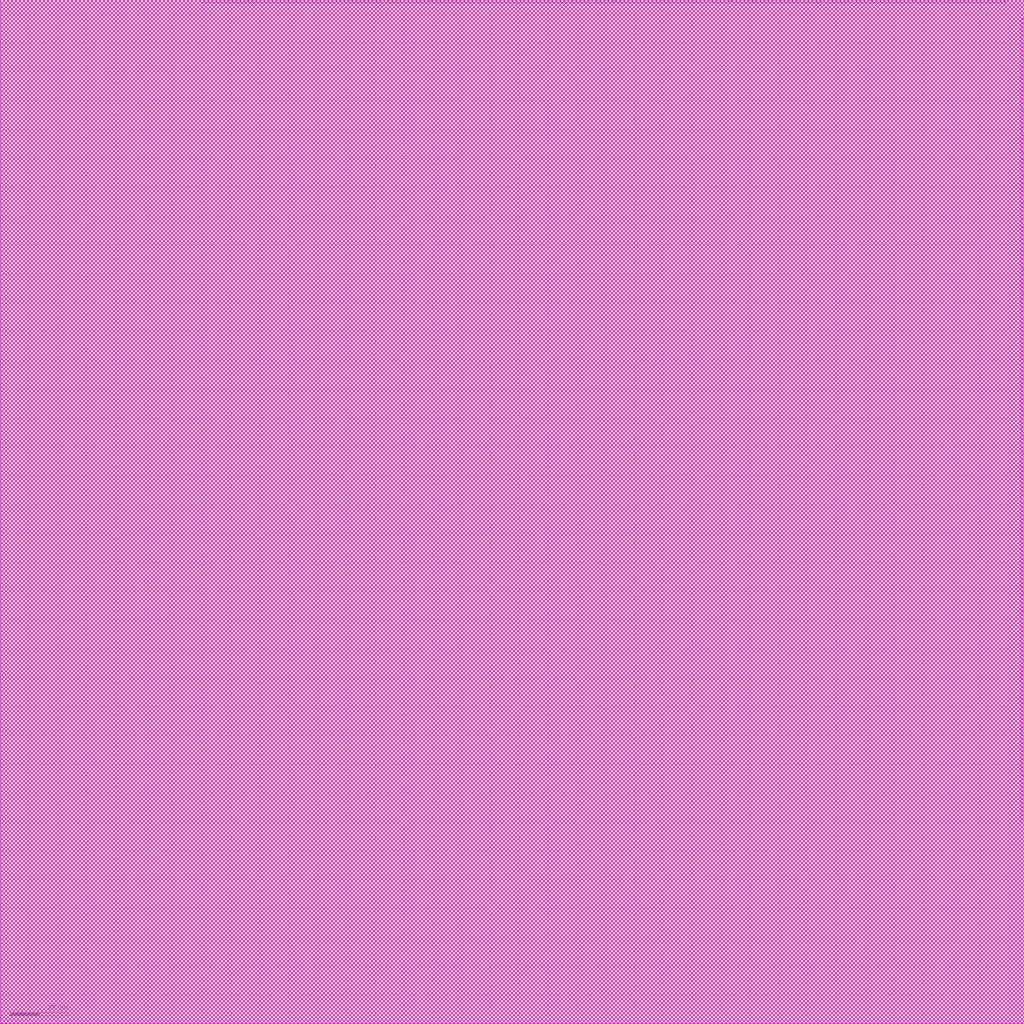
<source format=lef>
# Copyright 2022 GlobalFoundries PDK Authors
#
# Licensed under the Apache License, Version 2.0 (the "License");
# you may not use this file except in compliance with the License.
# You may obtain a copy of the License at
#
#     http://www.apache.org/licenses/LICENSE-2.0
#
# Unless required by applicable law or agreed to in writing, software
# distributed under the License is distributed on an "AS IS" BASIS,
# WITHOUT WARRANTIES OR CONDITIONS OF ANY KIND, either express or implied.
# See the License for the specific language governing permissions and
# limitations under the License.

MACRO gf180mcu_fd_io__cor
  CLASS ENDCAP BOTTOMLEFT ;
  ORIGIN 0 0 ;
  FOREIGN gf180mcu_fd_io__cor 0 0 ;
  SIZE 355 BY 355 ;
  SYMMETRY X Y R90 ;
  SITE GF_COR_Site ;
  PIN DVDD
    DIRECTION INOUT ;
    USE POWER ;
    PORT
      LAYER Metal3 ;
        RECT 334 354 341 355 ;
    END
    PORT
      LAYER Metal3 ;
        RECT 354 334 355 341 ;
    END
    PORT
      LAYER Metal3 ;
        RECT 294 354 301 355 ;
    END
    PORT
      LAYER Metal3 ;
        RECT 354 294 355 301 ;
    END
    PORT
      LAYER Metal3 ;
        RECT 278 354 285 355 ;
    END
    PORT
      LAYER Metal3 ;
        RECT 354 278 355 285 ;
    END
    PORT
      LAYER Metal3 ;
        RECT 270 354 277 355 ;
    END
    PORT
      LAYER Metal3 ;
        RECT 354 270 355 277 ;
    END
    PORT
      LAYER Metal3 ;
        RECT 262 354 269 355 ;
    END
    PORT
      LAYER Metal3 ;
        RECT 354 262 355 269 ;
    END
    PORT
      LAYER Metal3 ;
        RECT 214 354 229 355 ;
    END
    PORT
      LAYER Metal3 ;
        RECT 354 214 355 229 ;
    END
    PORT
      LAYER Metal3 ;
        RECT 206 354 213 355 ;
    END
    PORT
      LAYER Metal3 ;
        RECT 354 206 355 213 ;
    END
    PORT
      LAYER Metal3 ;
        RECT 182 354 197 355 ;
    END
    PORT
      LAYER Metal3 ;
        RECT 354 182 355 197 ;
    END
    PORT
      LAYER Metal3 ;
        RECT 166 354 181 355 ;
    END
    PORT
      LAYER Metal3 ;
        RECT 354 166 355 181 ;
    END
    PORT
      LAYER Metal3 ;
        RECT 150 354 165 355 ;
    END
    PORT
      LAYER Metal3 ;
        RECT 354 150 355 165 ;
    END
    PORT
      LAYER Metal3 ;
        RECT 134 354 149 355 ;
    END
    PORT
      LAYER Metal3 ;
        RECT 354 134 355 149 ;
    END
    PORT
      LAYER Metal3 ;
        RECT 118 354 125 355 ;
    END
    PORT
      LAYER Metal4 ;
        RECT 334 354 341 355 ;
    END
    PORT
      LAYER Metal4 ;
        RECT 354 334 355 341 ;
    END
    PORT
      LAYER Metal4 ;
        RECT 294 354 301 355 ;
    END
    PORT
      LAYER Metal4 ;
        RECT 354 294 355 301 ;
    END
    PORT
      LAYER Metal4 ;
        RECT 278 354 285 355 ;
    END
    PORT
      LAYER Metal4 ;
        RECT 354 278 355 285 ;
    END
    PORT
      LAYER Metal4 ;
        RECT 270 354 277 355 ;
    END
    PORT
      LAYER Metal4 ;
        RECT 354 270 355 277 ;
    END
    PORT
      LAYER Metal4 ;
        RECT 262 354 269 355 ;
    END
    PORT
      LAYER Metal4 ;
        RECT 354 262 355 269 ;
    END
    PORT
      LAYER Metal4 ;
        RECT 214 354 229 355 ;
    END
    PORT
      LAYER Metal4 ;
        RECT 354 214 355 229 ;
    END
    PORT
      LAYER Metal4 ;
        RECT 206 354 213 355 ;
    END
    PORT
      LAYER Metal4 ;
        RECT 354 206 355 213 ;
    END
    PORT
      LAYER Metal4 ;
        RECT 182 354 197 355 ;
    END
    PORT
      LAYER Metal4 ;
        RECT 354 182 355 197 ;
    END
    PORT
      LAYER Metal4 ;
        RECT 166 354 181 355 ;
    END
    PORT
      LAYER Metal4 ;
        RECT 354 166 355 181 ;
    END
    PORT
      LAYER Metal4 ;
        RECT 150 354 165 355 ;
    END
    PORT
      LAYER Metal4 ;
        RECT 354 150 355 165 ;
    END
    PORT
      LAYER Metal4 ;
        RECT 134 354 149 355 ;
    END
    PORT
      LAYER Metal4 ;
        RECT 354 134 355 149 ;
    END
    PORT
      LAYER Metal4 ;
        RECT 118 354 125 355 ;
    END
    PORT
      LAYER Metal4 ;
        RECT 354 118 355 125 ;
    END
    PORT
      LAYER Metal3 ;
        RECT 354 118 355 125 ;
    END
  END DVDD
  PIN DVSS
    DIRECTION INOUT ;
    USE GROUND ;
    PORT
      LAYER Metal3 ;
        RECT 342 354 348.39 355 ;
    END
    PORT
      LAYER Metal3 ;
        RECT 354 342 355 348.39 ;
    END
    PORT
      LAYER Metal3 ;
        RECT 326 354 333 355 ;
    END
    PORT
      LAYER Metal3 ;
        RECT 354 326 355 333 ;
    END
    PORT
      LAYER Metal3 ;
        RECT 302 354 309 355 ;
    END
    PORT
      LAYER Metal3 ;
        RECT 354 302 355 309 ;
    END
    PORT
      LAYER Metal3 ;
        RECT 286 354 293 355 ;
    END
    PORT
      LAYER Metal3 ;
        RECT 354 286 355 293 ;
    END
    PORT
      LAYER Metal3 ;
        RECT 230 354 245 355 ;
    END
    PORT
      LAYER Metal3 ;
        RECT 354 230 355 245 ;
    END
    PORT
      LAYER Metal3 ;
        RECT 198 354 205 355 ;
    END
    PORT
      LAYER Metal3 ;
        RECT 354 198 355 205 ;
    END
    PORT
      LAYER Metal3 ;
        RECT 126 354 133 355 ;
    END
    PORT
      LAYER Metal3 ;
        RECT 354 126 355 133 ;
    END
    PORT
      LAYER Metal3 ;
        RECT 102 354 117 355 ;
    END
    PORT
      LAYER Metal3 ;
        RECT 354 102 355 117 ;
    END
    PORT
      LAYER Metal3 ;
        RECT 86 354 101 355 ;
    END
    PORT
      LAYER Metal3 ;
        RECT 354 86 355 101 ;
    END
    PORT
      LAYER Metal3 ;
        RECT 70 354 85 355 ;
    END
    PORT
      LAYER Metal4 ;
        RECT 342 354 348.39 355 ;
    END
    PORT
      LAYER Metal4 ;
        RECT 354 342 355 348.39 ;
    END
    PORT
      LAYER Metal4 ;
        RECT 326 354 333 355 ;
    END
    PORT
      LAYER Metal4 ;
        RECT 354 326 355 333 ;
    END
    PORT
      LAYER Metal4 ;
        RECT 302 354 309 355 ;
    END
    PORT
      LAYER Metal4 ;
        RECT 354 302 355 309 ;
    END
    PORT
      LAYER Metal4 ;
        RECT 286 354 293 355 ;
    END
    PORT
      LAYER Metal4 ;
        RECT 354 286 355 293 ;
    END
    PORT
      LAYER Metal4 ;
        RECT 230 354 245 355 ;
    END
    PORT
      LAYER Metal4 ;
        RECT 354 230 355 245 ;
    END
    PORT
      LAYER Metal4 ;
        RECT 198 354 205 355 ;
    END
    PORT
      LAYER Metal4 ;
        RECT 354 198 355 205 ;
    END
    PORT
      LAYER Metal4 ;
        RECT 126 354 133 355 ;
    END
    PORT
      LAYER Metal4 ;
        RECT 354 126 355 133 ;
    END
    PORT
      LAYER Metal4 ;
        RECT 102 354 117 355 ;
    END
    PORT
      LAYER Metal4 ;
        RECT 354 102 355 117 ;
    END
    PORT
      LAYER Metal4 ;
        RECT 86 354 101 355 ;
    END
    PORT
      LAYER Metal4 ;
        RECT 354 86 355 101 ;
    END
    PORT
      LAYER Metal4 ;
        RECT 70 354 85 355 ;
    END
    PORT
      LAYER Metal4 ;
        RECT 354 70 355 85 ;
    END
    PORT
      LAYER Metal3 ;
        RECT 354 70 355 85 ;
    END
  END DVSS
  PIN VDD
    DIRECTION INOUT ;
    USE POWER ;
    PORT
      LAYER Metal3 ;
        RECT 310 354 317 355 ;
    END
    PORT
      LAYER Metal3 ;
        RECT 354 310 355 317 ;
    END
    PORT
      LAYER Metal3 ;
        RECT 254 354 261 355 ;
    END
    PORT
      LAYER Metal4 ;
        RECT 310 354 317 355 ;
    END
    PORT
      LAYER Metal4 ;
        RECT 354 310 355 317 ;
    END
    PORT
      LAYER Metal4 ;
        RECT 254 354 261 355 ;
    END
    PORT
      LAYER Metal4 ;
        RECT 354 254 355 261 ;
    END
    PORT
      LAYER Metal3 ;
        RECT 354 254 355 261 ;
    END
  END VDD
  PIN VSS
    DIRECTION INOUT ;
    USE GROUND ;
    PORT
      LAYER Metal3 ;
        RECT 318 354 325 355 ;
    END
    PORT
      LAYER Metal3 ;
        RECT 354 318 355 325 ;
    END
    PORT
      LAYER Metal3 ;
        RECT 246 354 253 355 ;
    END
    PORT
      LAYER Metal4 ;
        RECT 318 354 325 355 ;
    END
    PORT
      LAYER Metal4 ;
        RECT 354 318 355 325 ;
    END
    PORT
      LAYER Metal4 ;
        RECT 246 354 253 355 ;
    END
    PORT
      LAYER Metal4 ;
        RECT 354 246 355 253 ;
    END
    PORT
      LAYER Metal3 ;
        RECT 354 246 355 253 ;
    END
  END VSS
  OBS
    LAYER Metal1 ;
      RECT 0 0 355 355 ;
    LAYER Metal2 ;
      RECT 0 0 355 355 ;
    LAYER Metal3 ;
      POLYGON 355 69.72 353.72 69.72 353.72 85.28 355 85.28 355 85.72 353.72 85.72 353.72 101.28 355 101.28 355 101.72 353.72 101.72 353.72 117.28 355 117.28 355 117.72 353.72 117.72 353.72 125.28 355 125.28 355 125.72 353.72 125.72 353.72 133.28 355 133.28 355 133.72 353.72 133.72 353.72 149.28 355 149.28 355 149.72 353.72 149.72 353.72 165.28 355 165.28 355 165.72 353.72 165.72 353.72 181.28 355 181.28 355 181.72 353.72 181.72 353.72 197.28 355 197.28 355 197.72 353.72 197.72 353.72 205.28 355 205.28 355 205.72 353.72 205.72 353.72 213.28 355 213.28 355 213.72 353.72 213.72 353.72 229.28 355 229.28 355 229.72 353.72 229.72 353.72 245.28 355 245.28 355 245.72 353.72 245.72 353.72 253.28 355 253.28 355 253.72 353.72 253.72 353.72 261.28 355 261.28 355 261.72 353.72 261.72 353.72 269.28 355 269.28 355 269.72 353.72 269.72 353.72 277.28 355 277.28 355 277.72 353.72 277.72 353.72 285.28 355 285.28 355 285.72 353.72 285.72 353.72 293.28 355 293.28 355 293.72 353.72 293.72 353.72 301.28 355 301.28 355 301.72 353.72 301.72 353.72 309.28 355 309.28 355 309.72 353.72 309.72 353.72 317.28 355 317.28 355 317.72 353.72 317.72 353.72 325.28 355 325.28 355 325.72 353.72 325.72 353.72 333.28 355 333.28 355 333.72 353.72 333.72 353.72 341.28 355 341.28 355 341.72 353.72 341.72 353.72 348.67 355 348.67 355 355 348.67 355 348.67 353.72 341.72 353.72 341.72 355 341.28 355 341.28 353.72 333.72 353.72 333.72 355 333.28 355 333.28 353.72 325.72 353.72 325.72 355 325.28 355 325.28 353.72 317.72 353.72 317.72 355 317.28 355 317.28 353.72 309.72 353.72 309.72 355 309.28 355 309.28 353.72 301.72 353.72 301.72 355 301.28 355 301.28 353.72 293.72 353.72 293.72 355 293.28 355 293.28 353.72 285.72 353.72 285.72 355 285.28 355 285.28 353.72 277.72 353.72 277.72 355 277.28 355 277.28 353.72 269.72 353.72 269.72 355 269.28 355 269.28 353.72 261.72 353.72 261.72 355 261.28 355 261.28 353.72 253.72 353.72 253.72 355 253.28 355 253.28 353.72 245.72 353.72 245.72 355 245.28 355 245.28 353.72 229.72 353.72 229.72 355 229.28 355 229.28 353.72 213.72 353.72 213.72 355 213.28 355 213.28 353.72 205.72 353.72 205.72 355 205.28 355 205.28 353.72 197.72 353.72 197.72 355 197.28 355 197.28 353.72 181.72 353.72 181.72 355 181.28 355 181.28 353.72 165.72 353.72 165.72 355 165.28 355 165.28 353.72 149.72 353.72 149.72 355 149.28 355 149.28 353.72 133.72 353.72 133.72 355 133.28 355 133.28 353.72 125.72 353.72 125.72 355 125.28 355 125.28 353.72 117.72 353.72 117.72 355 117.28 355 117.28 353.72 101.72 353.72 101.72 355 101.28 355 101.28 353.72 85.72 353.72 85.72 355 85.28 355 85.28 353.72 69.72 353.72 69.72 355 0 355 0 0 355 0 ;
    LAYER Metal4 ;
      POLYGON 355 69.72 353.72 69.72 353.72 85.28 355 85.28 355 85.72 353.72 85.72 353.72 101.28 355 101.28 355 101.72 353.72 101.72 353.72 117.28 355 117.28 355 117.72 353.72 117.72 353.72 125.28 355 125.28 355 125.72 353.72 125.72 353.72 133.28 355 133.28 355 133.72 353.72 133.72 353.72 149.28 355 149.28 355 149.72 353.72 149.72 353.72 165.28 355 165.28 355 165.72 353.72 165.72 353.72 181.28 355 181.28 355 181.72 353.72 181.72 353.72 197.28 355 197.28 355 197.72 353.72 197.72 353.72 205.28 355 205.28 355 205.72 353.72 205.72 353.72 213.28 355 213.28 355 213.72 353.72 213.72 353.72 229.28 355 229.28 355 229.72 353.72 229.72 353.72 245.28 355 245.28 355 245.72 353.72 245.72 353.72 253.28 355 253.28 355 253.72 353.72 253.72 353.72 261.28 355 261.28 355 261.72 353.72 261.72 353.72 269.28 355 269.28 355 269.72 353.72 269.72 353.72 277.28 355 277.28 355 277.72 353.72 277.72 353.72 285.28 355 285.28 355 285.72 353.72 285.72 353.72 293.28 355 293.28 355 293.72 353.72 293.72 353.72 301.28 355 301.28 355 301.72 353.72 301.72 353.72 309.28 355 309.28 355 309.72 353.72 309.72 353.72 317.28 355 317.28 355 317.72 353.72 317.72 353.72 325.28 355 325.28 355 325.72 353.72 325.72 353.72 333.28 355 333.28 355 333.72 353.72 333.72 353.72 341.28 355 341.28 355 341.72 353.72 341.72 353.72 348.67 355 348.67 355 355 348.67 355 348.67 353.72 341.72 353.72 341.72 355 341.28 355 341.28 353.72 333.72 353.72 333.72 355 333.28 355 333.28 353.72 325.72 353.72 325.72 355 325.28 355 325.28 353.72 317.72 353.72 317.72 355 317.28 355 317.28 353.72 309.72 353.72 309.72 355 309.28 355 309.28 353.72 301.72 353.72 301.72 355 301.28 355 301.28 353.72 293.72 353.72 293.72 355 293.28 355 293.28 353.72 285.72 353.72 285.72 355 285.28 355 285.28 353.72 277.72 353.72 277.72 355 277.28 355 277.28 353.72 269.72 353.72 269.72 355 269.28 355 269.28 353.72 261.72 353.72 261.72 355 261.28 355 261.28 353.72 253.72 353.72 253.72 355 253.28 355 253.28 353.72 245.72 353.72 245.72 355 245.28 355 245.28 353.72 229.72 353.72 229.72 355 229.28 355 229.28 353.72 213.72 353.72 213.72 355 213.28 355 213.28 353.72 205.72 353.72 205.72 355 205.28 355 205.28 353.72 197.72 353.72 197.72 355 197.28 355 197.28 353.72 181.72 353.72 181.72 355 181.28 355 181.28 353.72 165.72 353.72 165.72 355 165.28 355 165.28 353.72 149.72 353.72 149.72 355 149.28 355 149.28 353.72 133.72 353.72 133.72 355 133.28 355 133.28 353.72 125.72 353.72 125.72 355 125.28 355 125.28 353.72 117.72 353.72 117.72 355 117.28 355 117.28 353.72 101.72 353.72 101.72 355 101.28 355 101.28 353.72 85.72 353.72 85.72 355 85.28 355 85.28 353.72 69.72 353.72 69.72 355 0 355 0 0 355 0 ;
    LAYER Via1 ;
      RECT 0 0 355 355 ;
    LAYER Via2 ;
      RECT 0 0 355 355 ;
    LAYER Via3 ;
      RECT 0 0 355 355 ;
  END

END gf180mcu_fd_io__cor

</source>
